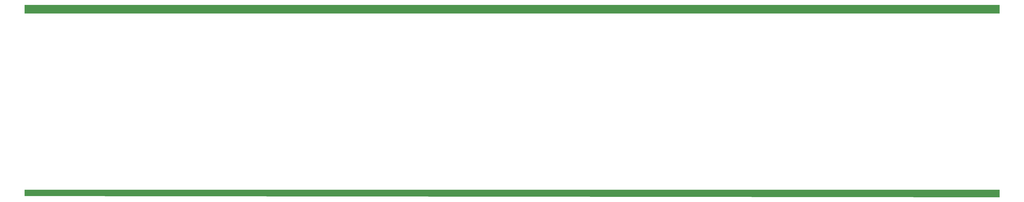
<source format=gbr>
%TF.GenerationSoftware,KiCad,Pcbnew,(5.1.10)-1*%
%TF.CreationDate,2022-05-26T11:10:37-06:00*%
%TF.ProjectId,Front_Panel,46726f6e-745f-4506-916e-656c2e6b6963,rev?*%
%TF.SameCoordinates,Original*%
%TF.FileFunction,Soldermask,Top*%
%TF.FilePolarity,Negative*%
%FSLAX46Y46*%
G04 Gerber Fmt 4.6, Leading zero omitted, Abs format (unit mm)*
G04 Created by KiCad (PCBNEW (5.1.10)-1) date 2022-05-26 11:10:37*
%MOMM*%
%LPD*%
G01*
G04 APERTURE LIST*
%ADD10C,0.100000*%
G04 APERTURE END LIST*
D10*
G36*
X403000000Y75500000D02*
G01*
X0Y75500000D01*
X0Y79000000D01*
X403000000Y79000000D01*
X403000000Y75500000D01*
G37*
X403000000Y75500000D02*
X0Y75500000D01*
X0Y79000000D01*
X403000000Y79000000D01*
X403000000Y75500000D01*
G36*
X403000000Y-500000D02*
G01*
X401000000Y-500000D01*
X0Y0D01*
X0Y2500000D01*
X403000000Y2500000D01*
X403000000Y-500000D01*
G37*
X403000000Y-500000D02*
X401000000Y-500000D01*
X0Y0D01*
X0Y2500000D01*
X403000000Y2500000D01*
X403000000Y-500000D01*
M02*

</source>
